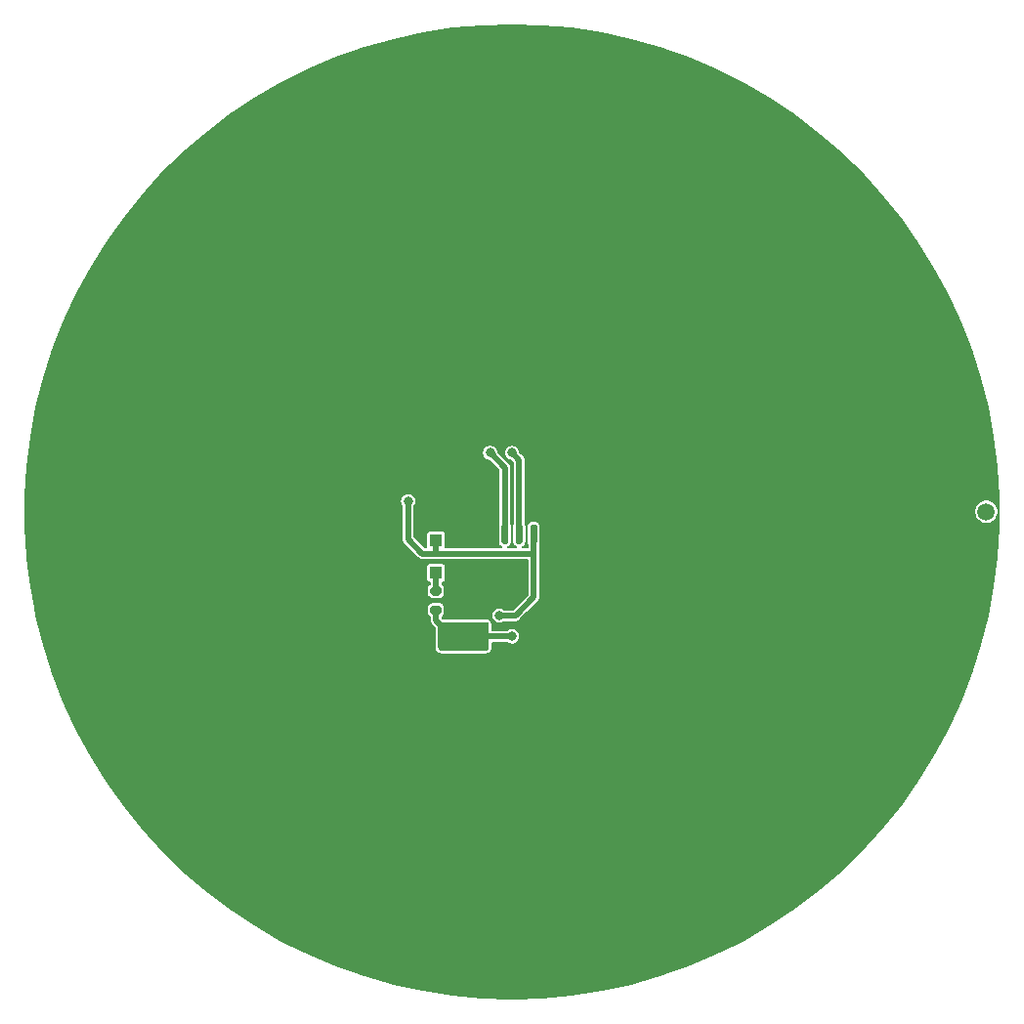
<source format=gbl>
%TF.GenerationSoftware,KiCad,Pcbnew,5.1.7-a382d34a8~88~ubuntu20.04.1*%
%TF.CreationDate,2021-06-08T03:13:41+02:00*%
%TF.ProjectId,uHoubolt_PCB_GNSS,75486f75-626f-46c7-945f-5043425f474e,rev?*%
%TF.SameCoordinates,PX8f0d180PY5f5e100*%
%TF.FileFunction,Copper,L2,Bot*%
%TF.FilePolarity,Positive*%
%FSLAX46Y46*%
G04 Gerber Fmt 4.6, Leading zero omitted, Abs format (unit mm)*
G04 Created by KiCad (PCBNEW 5.1.7-a382d34a8~88~ubuntu20.04.1) date 2021-06-08 03:13:41*
%MOMM*%
%LPD*%
G01*
G04 APERTURE LIST*
%TA.AperFunction,SMDPad,CuDef*%
%ADD10R,4.000000X4.000000*%
%TD*%
%TA.AperFunction,ComponentPad*%
%ADD11C,1.500000*%
%TD*%
%TA.AperFunction,ComponentPad*%
%ADD12C,0.800000*%
%TD*%
%TA.AperFunction,ComponentPad*%
%ADD13C,6.400000*%
%TD*%
%TA.AperFunction,SMDPad,CuDef*%
%ADD14R,1.100000X1.100000*%
%TD*%
%TA.AperFunction,ViaPad*%
%ADD15C,0.800000*%
%TD*%
%TA.AperFunction,Conductor*%
%ADD16C,0.500000*%
%TD*%
%TA.AperFunction,Conductor*%
%ADD17C,0.200000*%
%TD*%
%TA.AperFunction,Conductor*%
%ADD18C,0.100000*%
%TD*%
G04 APERTURE END LIST*
D10*
%TO.P,J2,1*%
%TO.N,GND*%
X35900000Y0D03*
%TD*%
D11*
%TO.P,J3,1*%
%TO.N,Net-(J3-Pad1)*%
X41100000Y0D03*
%TD*%
D12*
%TO.P,H4,1*%
%TO.N,GND*%
X28597056Y-25202944D03*
X26900000Y-24500000D03*
X25202944Y-25202944D03*
X24500000Y-26900000D03*
X25202944Y-28597056D03*
X26900000Y-29300000D03*
X28597056Y-28597056D03*
X29300000Y-26900000D03*
D13*
X26900000Y-26900000D03*
%TD*%
D12*
%TO.P,H3,1*%
%TO.N,GND*%
X-25202944Y-25202944D03*
X-26900000Y-24500000D03*
X-28597056Y-25202944D03*
X-29300000Y-26900000D03*
X-28597056Y-28597056D03*
X-26900000Y-29300000D03*
X-25202944Y-28597056D03*
X-24500000Y-26900000D03*
D13*
X-26900000Y-26900000D03*
%TD*%
D12*
%TO.P,H2,1*%
%TO.N,GND*%
X-25202944Y28597056D03*
X-26900000Y29300000D03*
X-28597056Y28597056D03*
X-29300000Y26900000D03*
X-28597056Y25202944D03*
X-26900000Y24500000D03*
X-25202944Y25202944D03*
X-24500000Y26900000D03*
D13*
X-26900000Y26900000D03*
%TD*%
D12*
%TO.P,H1,1*%
%TO.N,GND*%
X28597056Y28597056D03*
X26900000Y29300000D03*
X25202944Y28597056D03*
X24500000Y26900000D03*
X25202944Y25202944D03*
X26900000Y24500000D03*
X28597056Y25202944D03*
X29300000Y26900000D03*
D13*
X26900000Y26900000D03*
%TD*%
%TO.P,C4,2*%
%TO.N,GND*%
%TA.AperFunction,SMDPad,CuDef*%
G36*
G01*
X2000000Y-11800000D02*
X2000000Y-9800000D01*
G75*
G02*
X2250000Y-9550000I250000J0D01*
G01*
X6150000Y-9550000D01*
G75*
G02*
X6400000Y-9800000I0J-250000D01*
G01*
X6400000Y-11800000D01*
G75*
G02*
X6150000Y-12050000I-250000J0D01*
G01*
X2250000Y-12050000D01*
G75*
G02*
X2000000Y-11800000I0J250000D01*
G01*
G37*
%TD.AperFunction*%
%TO.P,C4,1*%
%TO.N,Net-(C3-Pad1)*%
%TA.AperFunction,SMDPad,CuDef*%
G36*
G01*
X-6400000Y-11800000D02*
X-6400000Y-9800000D01*
G75*
G02*
X-6150000Y-9550000I250000J0D01*
G01*
X-2250000Y-9550000D01*
G75*
G02*
X-2000000Y-9800000I0J-250000D01*
G01*
X-2000000Y-11800000D01*
G75*
G02*
X-2250000Y-12050000I-250000J0D01*
G01*
X-6150000Y-12050000D01*
G75*
G02*
X-6400000Y-11800000I0J250000D01*
G01*
G37*
%TD.AperFunction*%
%TD*%
%TO.P,R1,2*%
%TO.N,Net-(C3-Pad1)*%
%TA.AperFunction,SMDPad,CuDef*%
G36*
G01*
X-6875000Y-8125000D02*
X-6325000Y-8125000D01*
G75*
G02*
X-6125000Y-8325000I0J-200000D01*
G01*
X-6125000Y-8725000D01*
G75*
G02*
X-6325000Y-8925000I-200000J0D01*
G01*
X-6875000Y-8925000D01*
G75*
G02*
X-7075000Y-8725000I0J200000D01*
G01*
X-7075000Y-8325000D01*
G75*
G02*
X-6875000Y-8125000I200000J0D01*
G01*
G37*
%TD.AperFunction*%
%TO.P,R1,1*%
%TO.N,Net-(D1-Pad1)*%
%TA.AperFunction,SMDPad,CuDef*%
G36*
G01*
X-6875000Y-6475000D02*
X-6325000Y-6475000D01*
G75*
G02*
X-6125000Y-6675000I0J-200000D01*
G01*
X-6125000Y-7075000D01*
G75*
G02*
X-6325000Y-7275000I-200000J0D01*
G01*
X-6875000Y-7275000D01*
G75*
G02*
X-7075000Y-7075000I0J200000D01*
G01*
X-7075000Y-6675000D01*
G75*
G02*
X-6875000Y-6475000I200000J0D01*
G01*
G37*
%TD.AperFunction*%
%TD*%
D14*
%TO.P,D1,2*%
%TO.N,+3V3*%
X-6600000Y-2500000D03*
%TO.P,D1,1*%
%TO.N,Net-(D1-Pad1)*%
X-6600000Y-5300000D03*
%TD*%
%TO.P,J1,MP*%
%TO.N,GND*%
%TA.AperFunction,SMDPad,CuDef*%
G36*
G01*
X-3225000Y2550000D02*
X-3225000Y250000D01*
G75*
G02*
X-3475000Y0I-250000J0D01*
G01*
X-3975000Y0D01*
G75*
G02*
X-4225000Y250000I0J250000D01*
G01*
X-4225000Y2550000D01*
G75*
G02*
X-3975000Y2800000I250000J0D01*
G01*
X-3475000Y2800000D01*
G75*
G02*
X-3225000Y2550000I0J-250000D01*
G01*
G37*
%TD.AperFunction*%
%TA.AperFunction,SMDPad,CuDef*%
G36*
G01*
X4225000Y2550000D02*
X4225000Y250000D01*
G75*
G02*
X3975000Y0I-250000J0D01*
G01*
X3475000Y0D01*
G75*
G02*
X3225000Y250000I0J250000D01*
G01*
X3225000Y2550000D01*
G75*
G02*
X3475000Y2800000I250000J0D01*
G01*
X3975000Y2800000D01*
G75*
G02*
X4225000Y2550000I0J-250000D01*
G01*
G37*
%TD.AperFunction*%
%TO.P,J1,4*%
%TA.AperFunction,SMDPad,CuDef*%
G36*
G01*
X-1575000Y-1250000D02*
X-1575000Y-2650000D01*
G75*
G02*
X-1725000Y-2800000I-150000J0D01*
G01*
X-2025000Y-2800000D01*
G75*
G02*
X-2175000Y-2650000I0J150000D01*
G01*
X-2175000Y-1250000D01*
G75*
G02*
X-2025000Y-1100000I150000J0D01*
G01*
X-1725000Y-1100000D01*
G75*
G02*
X-1575000Y-1250000I0J-150000D01*
G01*
G37*
%TD.AperFunction*%
%TO.P,J1,3*%
%TO.N,/RxD*%
%TA.AperFunction,SMDPad,CuDef*%
G36*
G01*
X-325000Y-1250000D02*
X-325000Y-2650000D01*
G75*
G02*
X-475000Y-2800000I-150000J0D01*
G01*
X-775000Y-2800000D01*
G75*
G02*
X-925000Y-2650000I0J150000D01*
G01*
X-925000Y-1250000D01*
G75*
G02*
X-775000Y-1100000I150000J0D01*
G01*
X-475000Y-1100000D01*
G75*
G02*
X-325000Y-1250000I0J-150000D01*
G01*
G37*
%TD.AperFunction*%
%TO.P,J1,2*%
%TO.N,/TxD*%
%TA.AperFunction,SMDPad,CuDef*%
G36*
G01*
X925000Y-1250000D02*
X925000Y-2650000D01*
G75*
G02*
X775000Y-2800000I-150000J0D01*
G01*
X475000Y-2800000D01*
G75*
G02*
X325000Y-2650000I0J150000D01*
G01*
X325000Y-1250000D01*
G75*
G02*
X475000Y-1100000I150000J0D01*
G01*
X775000Y-1100000D01*
G75*
G02*
X925000Y-1250000I0J-150000D01*
G01*
G37*
%TD.AperFunction*%
%TO.P,J1,1*%
%TO.N,+3V3*%
%TA.AperFunction,SMDPad,CuDef*%
G36*
G01*
X2175000Y-1250000D02*
X2175000Y-2650000D01*
G75*
G02*
X2025000Y-2800000I-150000J0D01*
G01*
X1725000Y-2800000D01*
G75*
G02*
X1575000Y-2650000I0J150000D01*
G01*
X1575000Y-1250000D01*
G75*
G02*
X1725000Y-1100000I150000J0D01*
G01*
X2025000Y-1100000D01*
G75*
G02*
X2175000Y-1250000I0J-150000D01*
G01*
G37*
%TD.AperFunction*%
%TD*%
D15*
%TO.N,GND*%
X10000000Y-10000000D03*
X20000000Y-10000000D03*
X30000000Y-10000000D03*
X40000000Y-10000000D03*
X10000000Y-20000000D03*
X20000000Y-20000000D03*
X30000000Y-20000000D03*
X10000000Y-30000000D03*
X20000000Y-30000000D03*
X10000000Y-40000000D03*
X-10000000Y10000000D03*
X-20000000Y10000000D03*
X-30000000Y10000000D03*
X-40000000Y10000000D03*
X-10000000Y20000000D03*
X-20000000Y20000000D03*
X-30000000Y20000000D03*
X-10000000Y30000000D03*
X-20000000Y30000000D03*
X10000000Y0D03*
X20000000Y0D03*
X30000000Y0D03*
X0Y10000000D03*
X10000000Y10000000D03*
X20000000Y10000000D03*
X30000000Y10000000D03*
X40000000Y10000000D03*
X0Y20000000D03*
X10000000Y20000000D03*
X20000000Y20000000D03*
X30000000Y20000000D03*
X0Y30000000D03*
X10000000Y30000000D03*
X20000000Y30000000D03*
X0Y40000000D03*
X10000000Y40000000D03*
X-10000000Y0D03*
X-20000000Y0D03*
X-30000000Y0D03*
X-40000000Y0D03*
X-10000000Y-10000000D03*
X-20000000Y-10000000D03*
X-30000000Y-10000000D03*
X-40000000Y-10000000D03*
X0Y-20000000D03*
X-10000000Y-20000000D03*
X-20000000Y-20000000D03*
X-30000000Y-20000000D03*
X0Y-30000000D03*
X-10000000Y-30000000D03*
X-20000000Y-30000000D03*
X0Y-40000000D03*
X-10000000Y-40000000D03*
X-10000000Y40000000D03*
%TO.N,+3V3*%
X-9000000Y900000D03*
X-1100000Y-9000000D03*
%TO.N,/RxD*%
X-1900000Y5100000D03*
%TO.N,/TxD*%
X0Y5100000D03*
%TO.N,Net-(C3-Pad1)*%
X0Y-10800000D03*
%TD*%
D16*
%TO.N,+3V3*%
X-9000000Y900000D02*
X-9000000Y-2400000D01*
X-9000000Y-2400000D02*
X-7775000Y-3625000D01*
X1875000Y-1950000D02*
X1875000Y-3625000D01*
X-6600000Y-3500000D02*
X-6725000Y-3625000D01*
X-6600000Y-2500000D02*
X-6600000Y-3500000D01*
X-6725000Y-3625000D02*
X1875000Y-3625000D01*
X-7775000Y-3625000D02*
X-6725000Y-3625000D01*
X1875000Y-7425000D02*
X1875000Y-3625000D01*
X300000Y-9000000D02*
X1875000Y-7425000D01*
X300000Y-9000000D02*
X-1100000Y-9000000D01*
%TO.N,/RxD*%
X-625000Y3825000D02*
X-1900000Y5100000D01*
X-625000Y-1950000D02*
X-625000Y3825000D01*
%TO.N,/TxD*%
X625000Y4475000D02*
X625000Y-1950000D01*
X0Y5100000D02*
X625000Y4475000D01*
%TO.N,Net-(C3-Pad1)*%
X0Y-10800000D02*
X-4200000Y-10800000D01*
X-6600000Y-8525000D02*
X-6600000Y-9400000D01*
X-5200000Y-10800000D02*
X-4200000Y-10800000D01*
X-6600000Y-9400000D02*
X-5200000Y-10800000D01*
%TO.N,Net-(D1-Pad1)*%
X-6600000Y-6875000D02*
X-6600000Y-5300000D01*
%TD*%
D17*
%TO.N,GND*%
X2596331Y42095008D02*
X5182814Y41855335D01*
X7749636Y41456890D01*
X10287061Y40901186D01*
X12785464Y40190329D01*
X15235367Y39327016D01*
X17627478Y38314523D01*
X19952721Y37156689D01*
X22202276Y35857908D01*
X24367611Y34423105D01*
X26440512Y32857723D01*
X28413114Y31167701D01*
X30277935Y29359449D01*
X32027902Y27439827D01*
X33656377Y25416116D01*
X35157181Y23295993D01*
X36524621Y21087500D01*
X37753512Y18799015D01*
X38839190Y16439219D01*
X39777538Y14017064D01*
X40564997Y11541737D01*
X41198578Y9022628D01*
X41675879Y6469293D01*
X41995089Y3891418D01*
X42154997Y1298782D01*
X42154997Y-1298782D01*
X41995089Y-3891418D01*
X41675879Y-6469293D01*
X41198578Y-9022628D01*
X40564997Y-11541737D01*
X39777538Y-14017064D01*
X38839190Y-16439219D01*
X37753512Y-18799015D01*
X36524621Y-21087500D01*
X35157181Y-23295993D01*
X33656377Y-25416116D01*
X32027902Y-27439827D01*
X30277935Y-29359449D01*
X28413114Y-31167701D01*
X26440512Y-32857723D01*
X24367611Y-34423105D01*
X22202276Y-35857908D01*
X19952721Y-37156689D01*
X17627478Y-38314523D01*
X15235367Y-39327016D01*
X12785464Y-40190329D01*
X10287061Y-40901186D01*
X7749636Y-41456890D01*
X5182814Y-41855335D01*
X2596331Y-42095008D01*
X0Y-42175000D01*
X-2596331Y-42095008D01*
X-5182814Y-41855335D01*
X-7749636Y-41456890D01*
X-10287061Y-40901186D01*
X-12785464Y-40190329D01*
X-15235367Y-39327016D01*
X-17627478Y-38314523D01*
X-19952721Y-37156689D01*
X-22202276Y-35857908D01*
X-24367611Y-34423105D01*
X-26440512Y-32857723D01*
X-28413114Y-31167701D01*
X-30277935Y-29359449D01*
X-32027902Y-27439827D01*
X-33656377Y-25416116D01*
X-35157181Y-23295993D01*
X-36524621Y-21087500D01*
X-37753512Y-18799015D01*
X-38839190Y-16439219D01*
X-39777538Y-14017064D01*
X-40564997Y-11541737D01*
X-41198578Y-9022628D01*
X-41328987Y-8325000D01*
X-7376451Y-8325000D01*
X-7376451Y-8725000D01*
X-7366816Y-8822828D01*
X-7338280Y-8916897D01*
X-7291941Y-9003591D01*
X-7229579Y-9079579D01*
X-7153591Y-9141941D01*
X-7150000Y-9143860D01*
X-7150000Y-9372992D01*
X-7152660Y-9400000D01*
X-7150000Y-9427008D01*
X-7150000Y-9427018D01*
X-7142041Y-9507819D01*
X-7129245Y-9550000D01*
X-7110591Y-9611494D01*
X-7059521Y-9707042D01*
X-7008013Y-9769804D01*
X-7008007Y-9769810D01*
X-6990789Y-9790790D01*
X-6969809Y-9808008D01*
X-6701451Y-10076366D01*
X-6701451Y-11800000D01*
X-6690855Y-11907583D01*
X-6659474Y-12011031D01*
X-6608515Y-12106370D01*
X-6539935Y-12189935D01*
X-6456370Y-12258515D01*
X-6361031Y-12309474D01*
X-6257583Y-12340855D01*
X-6150000Y-12351451D01*
X-2250000Y-12351451D01*
X-2142417Y-12340855D01*
X-2038969Y-12309474D01*
X-1943630Y-12258515D01*
X-1860065Y-12189935D01*
X-1791485Y-12106370D01*
X-1740526Y-12011031D01*
X-1709145Y-11907583D01*
X-1698549Y-11800000D01*
X-1698549Y-11350000D01*
X-436834Y-11350000D01*
X-331574Y-11420332D01*
X-204182Y-11473099D01*
X-68944Y-11500000D01*
X68944Y-11500000D01*
X204182Y-11473099D01*
X331574Y-11420332D01*
X446224Y-11343726D01*
X543726Y-11246224D01*
X620332Y-11131574D01*
X673099Y-11004182D01*
X700000Y-10868944D01*
X700000Y-10731056D01*
X673099Y-10595818D01*
X620332Y-10468426D01*
X543726Y-10353776D01*
X446224Y-10256274D01*
X331574Y-10179668D01*
X204182Y-10126901D01*
X68944Y-10100000D01*
X-68944Y-10100000D01*
X-204182Y-10126901D01*
X-331574Y-10179668D01*
X-436834Y-10250000D01*
X-1698549Y-10250000D01*
X-1698549Y-9800000D01*
X-1709145Y-9692417D01*
X-1740526Y-9588969D01*
X-1791485Y-9493630D01*
X-1860065Y-9410065D01*
X-1943630Y-9341485D01*
X-2038969Y-9290526D01*
X-2142417Y-9259145D01*
X-2250000Y-9248549D01*
X-5973634Y-9248549D01*
X-6050000Y-9172183D01*
X-6050000Y-9143860D01*
X-6046409Y-9141941D01*
X-5970421Y-9079579D01*
X-5908059Y-9003591D01*
X-5861720Y-8916897D01*
X-5833184Y-8822828D01*
X-5823549Y-8725000D01*
X-5823549Y-8325000D01*
X-5833184Y-8227172D01*
X-5861720Y-8133103D01*
X-5908059Y-8046409D01*
X-5970421Y-7970421D01*
X-6046409Y-7908059D01*
X-6133103Y-7861720D01*
X-6227172Y-7833184D01*
X-6325000Y-7823549D01*
X-6875000Y-7823549D01*
X-6972828Y-7833184D01*
X-7066897Y-7861720D01*
X-7153591Y-7908059D01*
X-7229579Y-7970421D01*
X-7291941Y-8046409D01*
X-7338280Y-8133103D01*
X-7366816Y-8227172D01*
X-7376451Y-8325000D01*
X-41328987Y-8325000D01*
X-41675879Y-6469293D01*
X-41888773Y-4750000D01*
X-7451451Y-4750000D01*
X-7451451Y-5850000D01*
X-7445659Y-5908810D01*
X-7428504Y-5965360D01*
X-7400647Y-6017477D01*
X-7363158Y-6063158D01*
X-7317477Y-6100647D01*
X-7265360Y-6128504D01*
X-7208810Y-6145659D01*
X-7150000Y-6151451D01*
X-7150000Y-6256139D01*
X-7153591Y-6258059D01*
X-7229579Y-6320421D01*
X-7291941Y-6396409D01*
X-7338280Y-6483103D01*
X-7366816Y-6577172D01*
X-7376451Y-6675000D01*
X-7376451Y-7075000D01*
X-7366816Y-7172828D01*
X-7338280Y-7266897D01*
X-7291941Y-7353591D01*
X-7229579Y-7429579D01*
X-7153591Y-7491941D01*
X-7066897Y-7538280D01*
X-6972828Y-7566816D01*
X-6875000Y-7576451D01*
X-6325000Y-7576451D01*
X-6227172Y-7566816D01*
X-6133103Y-7538280D01*
X-6046409Y-7491941D01*
X-5970421Y-7429579D01*
X-5908059Y-7353591D01*
X-5861720Y-7266897D01*
X-5833184Y-7172828D01*
X-5823549Y-7075000D01*
X-5823549Y-6675000D01*
X-5833184Y-6577172D01*
X-5861720Y-6483103D01*
X-5908059Y-6396409D01*
X-5970421Y-6320421D01*
X-6046409Y-6258059D01*
X-6050000Y-6256140D01*
X-6050000Y-6151451D01*
X-5991190Y-6145659D01*
X-5934640Y-6128504D01*
X-5882523Y-6100647D01*
X-5836842Y-6063158D01*
X-5799353Y-6017477D01*
X-5771496Y-5965360D01*
X-5754341Y-5908810D01*
X-5748549Y-5850000D01*
X-5748549Y-4750000D01*
X-5754341Y-4691190D01*
X-5771496Y-4634640D01*
X-5799353Y-4582523D01*
X-5836842Y-4536842D01*
X-5882523Y-4499353D01*
X-5934640Y-4471496D01*
X-5991190Y-4454341D01*
X-6050000Y-4448549D01*
X-7150000Y-4448549D01*
X-7208810Y-4454341D01*
X-7265360Y-4471496D01*
X-7317477Y-4499353D01*
X-7363158Y-4536842D01*
X-7400647Y-4582523D01*
X-7428504Y-4634640D01*
X-7445659Y-4691190D01*
X-7451451Y-4750000D01*
X-41888773Y-4750000D01*
X-41995089Y-3891418D01*
X-42154997Y-1298782D01*
X-42154997Y968944D01*
X-9700000Y968944D01*
X-9700000Y831056D01*
X-9673099Y695818D01*
X-9620332Y568426D01*
X-9550000Y463166D01*
X-9549999Y-2372982D01*
X-9552660Y-2400000D01*
X-9542041Y-2507818D01*
X-9510591Y-2611494D01*
X-9459521Y-2707042D01*
X-9408013Y-2769804D01*
X-9408007Y-2769810D01*
X-9390789Y-2790790D01*
X-9369809Y-2808008D01*
X-8183013Y-3994804D01*
X-8165790Y-4015790D01*
X-8082042Y-4084521D01*
X-7986494Y-4135592D01*
X-7882819Y-4167042D01*
X-7802018Y-4175000D01*
X-7802011Y-4175000D01*
X-7775000Y-4177660D01*
X-7747989Y-4175000D01*
X-6752008Y-4175000D01*
X-6725000Y-4177660D01*
X-6697992Y-4175000D01*
X1325001Y-4175000D01*
X1325000Y-7197182D01*
X72183Y-8450000D01*
X-663166Y-8450000D01*
X-768426Y-8379668D01*
X-895818Y-8326901D01*
X-1031056Y-8300000D01*
X-1168944Y-8300000D01*
X-1304182Y-8326901D01*
X-1431574Y-8379668D01*
X-1546224Y-8456274D01*
X-1643726Y-8553776D01*
X-1720332Y-8668426D01*
X-1773099Y-8795818D01*
X-1800000Y-8931056D01*
X-1800000Y-9068944D01*
X-1773099Y-9204182D01*
X-1720332Y-9331574D01*
X-1643726Y-9446224D01*
X-1546224Y-9543726D01*
X-1431574Y-9620332D01*
X-1304182Y-9673099D01*
X-1168944Y-9700000D01*
X-1031056Y-9700000D01*
X-895818Y-9673099D01*
X-768426Y-9620332D01*
X-663166Y-9550000D01*
X272992Y-9550000D01*
X300000Y-9552660D01*
X327008Y-9550000D01*
X327018Y-9550000D01*
X407819Y-9542042D01*
X511494Y-9510592D01*
X607042Y-9459521D01*
X690790Y-9390790D01*
X708013Y-9369804D01*
X2244810Y-7833008D01*
X2265790Y-7815790D01*
X2283008Y-7794810D01*
X2283013Y-7794805D01*
X2334520Y-7732043D01*
X2385591Y-7636495D01*
X2385592Y-7636494D01*
X2417042Y-7532819D01*
X2425000Y-7452018D01*
X2425000Y-7452009D01*
X2427660Y-7425001D01*
X2425000Y-7397993D01*
X2425000Y-3652018D01*
X2427661Y-3625000D01*
X2425000Y-3597982D01*
X2425000Y-2854729D01*
X2442086Y-2822763D01*
X2467776Y-2738074D01*
X2476451Y-2650000D01*
X2476451Y-1250000D01*
X2467776Y-1161926D01*
X2442086Y-1077237D01*
X2400368Y-999187D01*
X2344224Y-930776D01*
X2275813Y-874632D01*
X2197763Y-832914D01*
X2113074Y-807224D01*
X2025000Y-798549D01*
X1725000Y-798549D01*
X1636926Y-807224D01*
X1552237Y-832914D01*
X1474187Y-874632D01*
X1405776Y-930776D01*
X1349632Y-999187D01*
X1307914Y-1077237D01*
X1282224Y-1161926D01*
X1273549Y-1250000D01*
X1273549Y-2650000D01*
X1282224Y-2738074D01*
X1307914Y-2822763D01*
X1325001Y-2854730D01*
X1325001Y-3075000D01*
X921674Y-3075000D01*
X947763Y-3067086D01*
X1025813Y-3025368D01*
X1094224Y-2969224D01*
X1150368Y-2900813D01*
X1192086Y-2822763D01*
X1217776Y-2738074D01*
X1226451Y-2650000D01*
X1226451Y-1250000D01*
X1217776Y-1161926D01*
X1192086Y-1077237D01*
X1175000Y-1045271D01*
X1175000Y103416D01*
X40050000Y103416D01*
X40050000Y-103416D01*
X40090350Y-306274D01*
X40169502Y-497362D01*
X40284411Y-669336D01*
X40430664Y-815589D01*
X40602638Y-930498D01*
X40793726Y-1009650D01*
X40996584Y-1050000D01*
X41203416Y-1050000D01*
X41406274Y-1009650D01*
X41597362Y-930498D01*
X41769336Y-815589D01*
X41915589Y-669336D01*
X42030498Y-497362D01*
X42109650Y-306274D01*
X42150000Y-103416D01*
X42150000Y103416D01*
X42109650Y306274D01*
X42030498Y497362D01*
X41915589Y669336D01*
X41769336Y815589D01*
X41597362Y930498D01*
X41406274Y1009650D01*
X41203416Y1050000D01*
X40996584Y1050000D01*
X40793726Y1009650D01*
X40602638Y930498D01*
X40430664Y815589D01*
X40284411Y669336D01*
X40169502Y497362D01*
X40090350Y306274D01*
X40050000Y103416D01*
X1175000Y103416D01*
X1175000Y4447993D01*
X1177660Y4475001D01*
X1175000Y4502009D01*
X1175000Y4502018D01*
X1167042Y4582819D01*
X1135592Y4686494D01*
X1084521Y4782042D01*
X1075562Y4792958D01*
X1033013Y4844805D01*
X1033008Y4844810D01*
X1015790Y4865790D01*
X994809Y4883008D01*
X697797Y5180021D01*
X673099Y5304182D01*
X620332Y5431574D01*
X543726Y5546224D01*
X446224Y5643726D01*
X331574Y5720332D01*
X204182Y5773099D01*
X68944Y5800000D01*
X-68944Y5800000D01*
X-204182Y5773099D01*
X-331574Y5720332D01*
X-446224Y5643726D01*
X-543726Y5546224D01*
X-620332Y5431574D01*
X-673099Y5304182D01*
X-700000Y5168944D01*
X-700000Y5031056D01*
X-673099Y4895818D01*
X-620332Y4768426D01*
X-543726Y4653776D01*
X-446224Y4556274D01*
X-331574Y4479668D01*
X-204182Y4426901D01*
X-80021Y4402203D01*
X75000Y4247182D01*
X75001Y-1045269D01*
X57914Y-1077237D01*
X32224Y-1161926D01*
X23549Y-1250000D01*
X23549Y-2650000D01*
X32224Y-2738074D01*
X57914Y-2822763D01*
X99632Y-2900813D01*
X155776Y-2969224D01*
X224187Y-3025368D01*
X302237Y-3067086D01*
X328326Y-3075000D01*
X-328326Y-3075000D01*
X-302237Y-3067086D01*
X-224187Y-3025368D01*
X-155776Y-2969224D01*
X-99632Y-2900813D01*
X-57914Y-2822763D01*
X-32224Y-2738074D01*
X-23549Y-2650000D01*
X-23549Y-1250000D01*
X-32224Y-1161926D01*
X-57914Y-1077237D01*
X-75000Y-1045271D01*
X-75000Y3797993D01*
X-72340Y3825001D01*
X-75000Y3852009D01*
X-75000Y3852018D01*
X-82958Y3932819D01*
X-114408Y4036494D01*
X-165479Y4132042D01*
X-174393Y4142903D01*
X-216987Y4194805D01*
X-216992Y4194810D01*
X-234210Y4215790D01*
X-255190Y4233008D01*
X-1202203Y5180021D01*
X-1226901Y5304182D01*
X-1279668Y5431574D01*
X-1356274Y5546224D01*
X-1453776Y5643726D01*
X-1568426Y5720332D01*
X-1695818Y5773099D01*
X-1831056Y5800000D01*
X-1968944Y5800000D01*
X-2104182Y5773099D01*
X-2231574Y5720332D01*
X-2346224Y5643726D01*
X-2443726Y5546224D01*
X-2520332Y5431574D01*
X-2573099Y5304182D01*
X-2600000Y5168944D01*
X-2600000Y5031056D01*
X-2573099Y4895818D01*
X-2520332Y4768426D01*
X-2443726Y4653776D01*
X-2346224Y4556274D01*
X-2231574Y4479668D01*
X-2104182Y4426901D01*
X-1980021Y4402203D01*
X-1174999Y3597181D01*
X-1175000Y-1045271D01*
X-1192086Y-1077237D01*
X-1217776Y-1161926D01*
X-1226451Y-1250000D01*
X-1226451Y-2650000D01*
X-1217776Y-2738074D01*
X-1192086Y-2822763D01*
X-1150368Y-2900813D01*
X-1094224Y-2969224D01*
X-1025813Y-3025368D01*
X-947763Y-3067086D01*
X-921674Y-3075000D01*
X-5751011Y-3075000D01*
X-5748549Y-3050000D01*
X-5748549Y-1950000D01*
X-5754341Y-1891190D01*
X-5771496Y-1834640D01*
X-5799353Y-1782523D01*
X-5836842Y-1736842D01*
X-5882523Y-1699353D01*
X-5934640Y-1671496D01*
X-5991190Y-1654341D01*
X-6050000Y-1648549D01*
X-7150000Y-1648549D01*
X-7208810Y-1654341D01*
X-7265360Y-1671496D01*
X-7317477Y-1699353D01*
X-7363158Y-1736842D01*
X-7400647Y-1782523D01*
X-7428504Y-1834640D01*
X-7445659Y-1891190D01*
X-7451451Y-1950000D01*
X-7451451Y-3050000D01*
X-7448989Y-3075000D01*
X-7547183Y-3075000D01*
X-8450000Y-2172183D01*
X-8450000Y463166D01*
X-8379668Y568426D01*
X-8326901Y695818D01*
X-8300000Y831056D01*
X-8300000Y968944D01*
X-8326901Y1104182D01*
X-8379668Y1231574D01*
X-8456274Y1346224D01*
X-8553776Y1443726D01*
X-8668426Y1520332D01*
X-8795818Y1573099D01*
X-8931056Y1600000D01*
X-9068944Y1600000D01*
X-9204182Y1573099D01*
X-9331574Y1520332D01*
X-9446224Y1443726D01*
X-9543726Y1346224D01*
X-9620332Y1231574D01*
X-9673099Y1104182D01*
X-9700000Y968944D01*
X-42154997Y968944D01*
X-42154997Y1298782D01*
X-41995089Y3891418D01*
X-41675879Y6469293D01*
X-41198578Y9022628D01*
X-40564997Y11541737D01*
X-39777538Y14017064D01*
X-38839190Y16439219D01*
X-37753512Y18799015D01*
X-36524621Y21087500D01*
X-35157181Y23295993D01*
X-33656377Y25416116D01*
X-32027902Y27439827D01*
X-30277935Y29359449D01*
X-28413114Y31167701D01*
X-26440512Y32857723D01*
X-24367611Y34423105D01*
X-22202276Y35857908D01*
X-19952721Y37156689D01*
X-17627478Y38314523D01*
X-15235367Y39327016D01*
X-12785464Y40190329D01*
X-10287061Y40901186D01*
X-7749636Y41456890D01*
X-5182814Y41855335D01*
X-2596331Y42095008D01*
X0Y42175000D01*
X2596331Y42095008D01*
%TA.AperFunction,Conductor*%
D18*
G36*
X2596331Y42095008D02*
G01*
X5182814Y41855335D01*
X7749636Y41456890D01*
X10287061Y40901186D01*
X12785464Y40190329D01*
X15235367Y39327016D01*
X17627478Y38314523D01*
X19952721Y37156689D01*
X22202276Y35857908D01*
X24367611Y34423105D01*
X26440512Y32857723D01*
X28413114Y31167701D01*
X30277935Y29359449D01*
X32027902Y27439827D01*
X33656377Y25416116D01*
X35157181Y23295993D01*
X36524621Y21087500D01*
X37753512Y18799015D01*
X38839190Y16439219D01*
X39777538Y14017064D01*
X40564997Y11541737D01*
X41198578Y9022628D01*
X41675879Y6469293D01*
X41995089Y3891418D01*
X42154997Y1298782D01*
X42154997Y-1298782D01*
X41995089Y-3891418D01*
X41675879Y-6469293D01*
X41198578Y-9022628D01*
X40564997Y-11541737D01*
X39777538Y-14017064D01*
X38839190Y-16439219D01*
X37753512Y-18799015D01*
X36524621Y-21087500D01*
X35157181Y-23295993D01*
X33656377Y-25416116D01*
X32027902Y-27439827D01*
X30277935Y-29359449D01*
X28413114Y-31167701D01*
X26440512Y-32857723D01*
X24367611Y-34423105D01*
X22202276Y-35857908D01*
X19952721Y-37156689D01*
X17627478Y-38314523D01*
X15235367Y-39327016D01*
X12785464Y-40190329D01*
X10287061Y-40901186D01*
X7749636Y-41456890D01*
X5182814Y-41855335D01*
X2596331Y-42095008D01*
X0Y-42175000D01*
X-2596331Y-42095008D01*
X-5182814Y-41855335D01*
X-7749636Y-41456890D01*
X-10287061Y-40901186D01*
X-12785464Y-40190329D01*
X-15235367Y-39327016D01*
X-17627478Y-38314523D01*
X-19952721Y-37156689D01*
X-22202276Y-35857908D01*
X-24367611Y-34423105D01*
X-26440512Y-32857723D01*
X-28413114Y-31167701D01*
X-30277935Y-29359449D01*
X-32027902Y-27439827D01*
X-33656377Y-25416116D01*
X-35157181Y-23295993D01*
X-36524621Y-21087500D01*
X-37753512Y-18799015D01*
X-38839190Y-16439219D01*
X-39777538Y-14017064D01*
X-40564997Y-11541737D01*
X-41198578Y-9022628D01*
X-41328987Y-8325000D01*
X-7376451Y-8325000D01*
X-7376451Y-8725000D01*
X-7366816Y-8822828D01*
X-7338280Y-8916897D01*
X-7291941Y-9003591D01*
X-7229579Y-9079579D01*
X-7153591Y-9141941D01*
X-7150000Y-9143860D01*
X-7150000Y-9372992D01*
X-7152660Y-9400000D01*
X-7150000Y-9427008D01*
X-7150000Y-9427018D01*
X-7142041Y-9507819D01*
X-7129245Y-9550000D01*
X-7110591Y-9611494D01*
X-7059521Y-9707042D01*
X-7008013Y-9769804D01*
X-7008007Y-9769810D01*
X-6990789Y-9790790D01*
X-6969809Y-9808008D01*
X-6701451Y-10076366D01*
X-6701451Y-11800000D01*
X-6690855Y-11907583D01*
X-6659474Y-12011031D01*
X-6608515Y-12106370D01*
X-6539935Y-12189935D01*
X-6456370Y-12258515D01*
X-6361031Y-12309474D01*
X-6257583Y-12340855D01*
X-6150000Y-12351451D01*
X-2250000Y-12351451D01*
X-2142417Y-12340855D01*
X-2038969Y-12309474D01*
X-1943630Y-12258515D01*
X-1860065Y-12189935D01*
X-1791485Y-12106370D01*
X-1740526Y-12011031D01*
X-1709145Y-11907583D01*
X-1698549Y-11800000D01*
X-1698549Y-11350000D01*
X-436834Y-11350000D01*
X-331574Y-11420332D01*
X-204182Y-11473099D01*
X-68944Y-11500000D01*
X68944Y-11500000D01*
X204182Y-11473099D01*
X331574Y-11420332D01*
X446224Y-11343726D01*
X543726Y-11246224D01*
X620332Y-11131574D01*
X673099Y-11004182D01*
X700000Y-10868944D01*
X700000Y-10731056D01*
X673099Y-10595818D01*
X620332Y-10468426D01*
X543726Y-10353776D01*
X446224Y-10256274D01*
X331574Y-10179668D01*
X204182Y-10126901D01*
X68944Y-10100000D01*
X-68944Y-10100000D01*
X-204182Y-10126901D01*
X-331574Y-10179668D01*
X-436834Y-10250000D01*
X-1698549Y-10250000D01*
X-1698549Y-9800000D01*
X-1709145Y-9692417D01*
X-1740526Y-9588969D01*
X-1791485Y-9493630D01*
X-1860065Y-9410065D01*
X-1943630Y-9341485D01*
X-2038969Y-9290526D01*
X-2142417Y-9259145D01*
X-2250000Y-9248549D01*
X-5973634Y-9248549D01*
X-6050000Y-9172183D01*
X-6050000Y-9143860D01*
X-6046409Y-9141941D01*
X-5970421Y-9079579D01*
X-5908059Y-9003591D01*
X-5861720Y-8916897D01*
X-5833184Y-8822828D01*
X-5823549Y-8725000D01*
X-5823549Y-8325000D01*
X-5833184Y-8227172D01*
X-5861720Y-8133103D01*
X-5908059Y-8046409D01*
X-5970421Y-7970421D01*
X-6046409Y-7908059D01*
X-6133103Y-7861720D01*
X-6227172Y-7833184D01*
X-6325000Y-7823549D01*
X-6875000Y-7823549D01*
X-6972828Y-7833184D01*
X-7066897Y-7861720D01*
X-7153591Y-7908059D01*
X-7229579Y-7970421D01*
X-7291941Y-8046409D01*
X-7338280Y-8133103D01*
X-7366816Y-8227172D01*
X-7376451Y-8325000D01*
X-41328987Y-8325000D01*
X-41675879Y-6469293D01*
X-41888773Y-4750000D01*
X-7451451Y-4750000D01*
X-7451451Y-5850000D01*
X-7445659Y-5908810D01*
X-7428504Y-5965360D01*
X-7400647Y-6017477D01*
X-7363158Y-6063158D01*
X-7317477Y-6100647D01*
X-7265360Y-6128504D01*
X-7208810Y-6145659D01*
X-7150000Y-6151451D01*
X-7150000Y-6256139D01*
X-7153591Y-6258059D01*
X-7229579Y-6320421D01*
X-7291941Y-6396409D01*
X-7338280Y-6483103D01*
X-7366816Y-6577172D01*
X-7376451Y-6675000D01*
X-7376451Y-7075000D01*
X-7366816Y-7172828D01*
X-7338280Y-7266897D01*
X-7291941Y-7353591D01*
X-7229579Y-7429579D01*
X-7153591Y-7491941D01*
X-7066897Y-7538280D01*
X-6972828Y-7566816D01*
X-6875000Y-7576451D01*
X-6325000Y-7576451D01*
X-6227172Y-7566816D01*
X-6133103Y-7538280D01*
X-6046409Y-7491941D01*
X-5970421Y-7429579D01*
X-5908059Y-7353591D01*
X-5861720Y-7266897D01*
X-5833184Y-7172828D01*
X-5823549Y-7075000D01*
X-5823549Y-6675000D01*
X-5833184Y-6577172D01*
X-5861720Y-6483103D01*
X-5908059Y-6396409D01*
X-5970421Y-6320421D01*
X-6046409Y-6258059D01*
X-6050000Y-6256140D01*
X-6050000Y-6151451D01*
X-5991190Y-6145659D01*
X-5934640Y-6128504D01*
X-5882523Y-6100647D01*
X-5836842Y-6063158D01*
X-5799353Y-6017477D01*
X-5771496Y-5965360D01*
X-5754341Y-5908810D01*
X-5748549Y-5850000D01*
X-5748549Y-4750000D01*
X-5754341Y-4691190D01*
X-5771496Y-4634640D01*
X-5799353Y-4582523D01*
X-5836842Y-4536842D01*
X-5882523Y-4499353D01*
X-5934640Y-4471496D01*
X-5991190Y-4454341D01*
X-6050000Y-4448549D01*
X-7150000Y-4448549D01*
X-7208810Y-4454341D01*
X-7265360Y-4471496D01*
X-7317477Y-4499353D01*
X-7363158Y-4536842D01*
X-7400647Y-4582523D01*
X-7428504Y-4634640D01*
X-7445659Y-4691190D01*
X-7451451Y-4750000D01*
X-41888773Y-4750000D01*
X-41995089Y-3891418D01*
X-42154997Y-1298782D01*
X-42154997Y968944D01*
X-9700000Y968944D01*
X-9700000Y831056D01*
X-9673099Y695818D01*
X-9620332Y568426D01*
X-9550000Y463166D01*
X-9549999Y-2372982D01*
X-9552660Y-2400000D01*
X-9542041Y-2507818D01*
X-9510591Y-2611494D01*
X-9459521Y-2707042D01*
X-9408013Y-2769804D01*
X-9408007Y-2769810D01*
X-9390789Y-2790790D01*
X-9369809Y-2808008D01*
X-8183013Y-3994804D01*
X-8165790Y-4015790D01*
X-8082042Y-4084521D01*
X-7986494Y-4135592D01*
X-7882819Y-4167042D01*
X-7802018Y-4175000D01*
X-7802011Y-4175000D01*
X-7775000Y-4177660D01*
X-7747989Y-4175000D01*
X-6752008Y-4175000D01*
X-6725000Y-4177660D01*
X-6697992Y-4175000D01*
X1325001Y-4175000D01*
X1325000Y-7197182D01*
X72183Y-8450000D01*
X-663166Y-8450000D01*
X-768426Y-8379668D01*
X-895818Y-8326901D01*
X-1031056Y-8300000D01*
X-1168944Y-8300000D01*
X-1304182Y-8326901D01*
X-1431574Y-8379668D01*
X-1546224Y-8456274D01*
X-1643726Y-8553776D01*
X-1720332Y-8668426D01*
X-1773099Y-8795818D01*
X-1800000Y-8931056D01*
X-1800000Y-9068944D01*
X-1773099Y-9204182D01*
X-1720332Y-9331574D01*
X-1643726Y-9446224D01*
X-1546224Y-9543726D01*
X-1431574Y-9620332D01*
X-1304182Y-9673099D01*
X-1168944Y-9700000D01*
X-1031056Y-9700000D01*
X-895818Y-9673099D01*
X-768426Y-9620332D01*
X-663166Y-9550000D01*
X272992Y-9550000D01*
X300000Y-9552660D01*
X327008Y-9550000D01*
X327018Y-9550000D01*
X407819Y-9542042D01*
X511494Y-9510592D01*
X607042Y-9459521D01*
X690790Y-9390790D01*
X708013Y-9369804D01*
X2244810Y-7833008D01*
X2265790Y-7815790D01*
X2283008Y-7794810D01*
X2283013Y-7794805D01*
X2334520Y-7732043D01*
X2385591Y-7636495D01*
X2385592Y-7636494D01*
X2417042Y-7532819D01*
X2425000Y-7452018D01*
X2425000Y-7452009D01*
X2427660Y-7425001D01*
X2425000Y-7397993D01*
X2425000Y-3652018D01*
X2427661Y-3625000D01*
X2425000Y-3597982D01*
X2425000Y-2854729D01*
X2442086Y-2822763D01*
X2467776Y-2738074D01*
X2476451Y-2650000D01*
X2476451Y-1250000D01*
X2467776Y-1161926D01*
X2442086Y-1077237D01*
X2400368Y-999187D01*
X2344224Y-930776D01*
X2275813Y-874632D01*
X2197763Y-832914D01*
X2113074Y-807224D01*
X2025000Y-798549D01*
X1725000Y-798549D01*
X1636926Y-807224D01*
X1552237Y-832914D01*
X1474187Y-874632D01*
X1405776Y-930776D01*
X1349632Y-999187D01*
X1307914Y-1077237D01*
X1282224Y-1161926D01*
X1273549Y-1250000D01*
X1273549Y-2650000D01*
X1282224Y-2738074D01*
X1307914Y-2822763D01*
X1325001Y-2854730D01*
X1325001Y-3075000D01*
X921674Y-3075000D01*
X947763Y-3067086D01*
X1025813Y-3025368D01*
X1094224Y-2969224D01*
X1150368Y-2900813D01*
X1192086Y-2822763D01*
X1217776Y-2738074D01*
X1226451Y-2650000D01*
X1226451Y-1250000D01*
X1217776Y-1161926D01*
X1192086Y-1077237D01*
X1175000Y-1045271D01*
X1175000Y103416D01*
X40050000Y103416D01*
X40050000Y-103416D01*
X40090350Y-306274D01*
X40169502Y-497362D01*
X40284411Y-669336D01*
X40430664Y-815589D01*
X40602638Y-930498D01*
X40793726Y-1009650D01*
X40996584Y-1050000D01*
X41203416Y-1050000D01*
X41406274Y-1009650D01*
X41597362Y-930498D01*
X41769336Y-815589D01*
X41915589Y-669336D01*
X42030498Y-497362D01*
X42109650Y-306274D01*
X42150000Y-103416D01*
X42150000Y103416D01*
X42109650Y306274D01*
X42030498Y497362D01*
X41915589Y669336D01*
X41769336Y815589D01*
X41597362Y930498D01*
X41406274Y1009650D01*
X41203416Y1050000D01*
X40996584Y1050000D01*
X40793726Y1009650D01*
X40602638Y930498D01*
X40430664Y815589D01*
X40284411Y669336D01*
X40169502Y497362D01*
X40090350Y306274D01*
X40050000Y103416D01*
X1175000Y103416D01*
X1175000Y4447993D01*
X1177660Y4475001D01*
X1175000Y4502009D01*
X1175000Y4502018D01*
X1167042Y4582819D01*
X1135592Y4686494D01*
X1084521Y4782042D01*
X1075562Y4792958D01*
X1033013Y4844805D01*
X1033008Y4844810D01*
X1015790Y4865790D01*
X994809Y4883008D01*
X697797Y5180021D01*
X673099Y5304182D01*
X620332Y5431574D01*
X543726Y5546224D01*
X446224Y5643726D01*
X331574Y5720332D01*
X204182Y5773099D01*
X68944Y5800000D01*
X-68944Y5800000D01*
X-204182Y5773099D01*
X-331574Y5720332D01*
X-446224Y5643726D01*
X-543726Y5546224D01*
X-620332Y5431574D01*
X-673099Y5304182D01*
X-700000Y5168944D01*
X-700000Y5031056D01*
X-673099Y4895818D01*
X-620332Y4768426D01*
X-543726Y4653776D01*
X-446224Y4556274D01*
X-331574Y4479668D01*
X-204182Y4426901D01*
X-80021Y4402203D01*
X75000Y4247182D01*
X75001Y-1045269D01*
X57914Y-1077237D01*
X32224Y-1161926D01*
X23549Y-1250000D01*
X23549Y-2650000D01*
X32224Y-2738074D01*
X57914Y-2822763D01*
X99632Y-2900813D01*
X155776Y-2969224D01*
X224187Y-3025368D01*
X302237Y-3067086D01*
X328326Y-3075000D01*
X-328326Y-3075000D01*
X-302237Y-3067086D01*
X-224187Y-3025368D01*
X-155776Y-2969224D01*
X-99632Y-2900813D01*
X-57914Y-2822763D01*
X-32224Y-2738074D01*
X-23549Y-2650000D01*
X-23549Y-1250000D01*
X-32224Y-1161926D01*
X-57914Y-1077237D01*
X-75000Y-1045271D01*
X-75000Y3797993D01*
X-72340Y3825001D01*
X-75000Y3852009D01*
X-75000Y3852018D01*
X-82958Y3932819D01*
X-114408Y4036494D01*
X-165479Y4132042D01*
X-174393Y4142903D01*
X-216987Y4194805D01*
X-216992Y4194810D01*
X-234210Y4215790D01*
X-255190Y4233008D01*
X-1202203Y5180021D01*
X-1226901Y5304182D01*
X-1279668Y5431574D01*
X-1356274Y5546224D01*
X-1453776Y5643726D01*
X-1568426Y5720332D01*
X-1695818Y5773099D01*
X-1831056Y5800000D01*
X-1968944Y5800000D01*
X-2104182Y5773099D01*
X-2231574Y5720332D01*
X-2346224Y5643726D01*
X-2443726Y5546224D01*
X-2520332Y5431574D01*
X-2573099Y5304182D01*
X-2600000Y5168944D01*
X-2600000Y5031056D01*
X-2573099Y4895818D01*
X-2520332Y4768426D01*
X-2443726Y4653776D01*
X-2346224Y4556274D01*
X-2231574Y4479668D01*
X-2104182Y4426901D01*
X-1980021Y4402203D01*
X-1174999Y3597181D01*
X-1175000Y-1045271D01*
X-1192086Y-1077237D01*
X-1217776Y-1161926D01*
X-1226451Y-1250000D01*
X-1226451Y-2650000D01*
X-1217776Y-2738074D01*
X-1192086Y-2822763D01*
X-1150368Y-2900813D01*
X-1094224Y-2969224D01*
X-1025813Y-3025368D01*
X-947763Y-3067086D01*
X-921674Y-3075000D01*
X-5751011Y-3075000D01*
X-5748549Y-3050000D01*
X-5748549Y-1950000D01*
X-5754341Y-1891190D01*
X-5771496Y-1834640D01*
X-5799353Y-1782523D01*
X-5836842Y-1736842D01*
X-5882523Y-1699353D01*
X-5934640Y-1671496D01*
X-5991190Y-1654341D01*
X-6050000Y-1648549D01*
X-7150000Y-1648549D01*
X-7208810Y-1654341D01*
X-7265360Y-1671496D01*
X-7317477Y-1699353D01*
X-7363158Y-1736842D01*
X-7400647Y-1782523D01*
X-7428504Y-1834640D01*
X-7445659Y-1891190D01*
X-7451451Y-1950000D01*
X-7451451Y-3050000D01*
X-7448989Y-3075000D01*
X-7547183Y-3075000D01*
X-8450000Y-2172183D01*
X-8450000Y463166D01*
X-8379668Y568426D01*
X-8326901Y695818D01*
X-8300000Y831056D01*
X-8300000Y968944D01*
X-8326901Y1104182D01*
X-8379668Y1231574D01*
X-8456274Y1346224D01*
X-8553776Y1443726D01*
X-8668426Y1520332D01*
X-8795818Y1573099D01*
X-8931056Y1600000D01*
X-9068944Y1600000D01*
X-9204182Y1573099D01*
X-9331574Y1520332D01*
X-9446224Y1443726D01*
X-9543726Y1346224D01*
X-9620332Y1231574D01*
X-9673099Y1104182D01*
X-9700000Y968944D01*
X-42154997Y968944D01*
X-42154997Y1298782D01*
X-41995089Y3891418D01*
X-41675879Y6469293D01*
X-41198578Y9022628D01*
X-40564997Y11541737D01*
X-39777538Y14017064D01*
X-38839190Y16439219D01*
X-37753512Y18799015D01*
X-36524621Y21087500D01*
X-35157181Y23295993D01*
X-33656377Y25416116D01*
X-32027902Y27439827D01*
X-30277935Y29359449D01*
X-28413114Y31167701D01*
X-26440512Y32857723D01*
X-24367611Y34423105D01*
X-22202276Y35857908D01*
X-19952721Y37156689D01*
X-17627478Y38314523D01*
X-15235367Y39327016D01*
X-12785464Y40190329D01*
X-10287061Y40901186D01*
X-7749636Y41456890D01*
X-5182814Y41855335D01*
X-2596331Y42095008D01*
X0Y42175000D01*
X2596331Y42095008D01*
G37*
%TD.AperFunction*%
%TD*%
M02*

</source>
